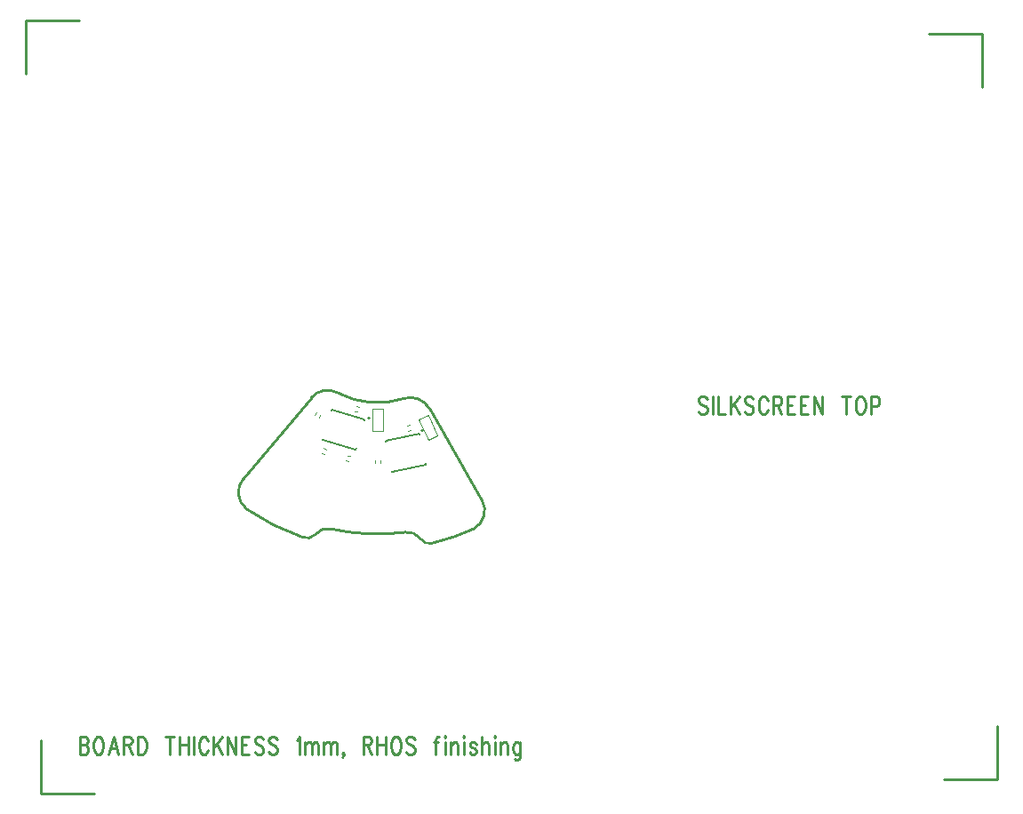
<source format=gbr>
*
*
G04 PADS9.1 Build Number: 392894 generated Gerber (RS-274-X) file*
G04 PC Version=2.1*
*
%IN "4SGI.pcb"*%
*
%MOIN*%
*
%FSLAX35Y35*%
*
*
*
*
G04 PC Standard Apertures*
*
*
G04 Thermal Relief Aperture macro.*
%AMTER*
1,1,$1,0,0*
1,0,$1-$2,0,0*
21,0,$3,$4,0,0,45*
21,0,$3,$4,0,0,135*
%
*
*
G04 Annular Aperture macro.*
%AMANN*
1,1,$1,0,0*
1,0,$2,0,0*
%
*
*
G04 Odd Aperture macro.*
%AMODD*
1,1,$1,0,0*
1,0,$1-0.005,0,0*
%
*
*
G04 PC Custom Aperture Macros*
*
*
*
*
*
*
G04 PC Aperture Table*
*
%ADD010C,0.001*%
%ADD011C,0.004*%
%ADD012C,0.01*%
%ADD013C,0.00591*%
*
*
*
*
G04 PC Circuitry*
G04 Layer Name 4SGI.pcb - circuitry*
%LPD*%
*
*
G04 PC Custom Flashes*
G04 Layer Name 4SGI.pcb - flashes*
%LPD*%
*
*
G04 PC Circuitry*
G04 Layer Name 4SGI.pcb - circuitry*
%LPD*%
*
G54D10*
G54D11*
G01X1962258Y1591334D02*
X1961179Y1591025D01*
X1961693Y1593220D02*
X1960728Y1592943D01*
X1926072Y1596992D02*
X1926667Y1597944D01*
X1927754Y1595969D02*
X1928286Y1596820D01*
X1950717Y1580012D02*
Y1578890D01*
X1948749Y1579988D02*
Y1578984D01*
X1951733Y1599405D02*
X1947733D01*
Y1591005*
X1951733*
Y1599405*
X1968738Y1596975D02*
X1965113Y1595284D01*
X1968663Y1587671*
X1972288Y1589362*
X1968738Y1596975*
X1942259Y1598158D02*
X1941166Y1598411D01*
X1942679Y1600082D02*
X1941700Y1600308D01*
X1938939Y1579549D02*
X1937841Y1579782D01*
X1939325Y1581479D02*
X1938343Y1581688D01*
X1929529Y1584476D02*
X1930570Y1584056D01*
X1928814Y1582642D02*
X1929745Y1582266D01*
G54D12*
X2073354Y1602931D02*
X2072900Y1603556D01*
X2072218Y1603868*
X2071309*
X2070627Y1603556*
X2070173Y1602931*
Y1602306*
X2070400Y1601681*
X2070627Y1601368*
X2071082Y1601056*
X2072445Y1600431*
X2072900Y1600118*
X2073127Y1599806*
X2073354Y1599181*
Y1598243*
X2072900Y1597618*
X2072218Y1597306*
X2071309*
X2070627Y1597618*
X2070173Y1598243*
X2075400Y1603868D02*
Y1597306D01*
X2077445Y1603868D02*
Y1597306D01*
X2080173*
X2082218Y1603868D02*
Y1597306D01*
X2085400Y1603868D02*
X2082218Y1599493D01*
X2083354Y1601056D02*
X2085400Y1597306D01*
X2090627Y1602931D02*
X2090173Y1603556D01*
X2089491Y1603868*
X2088582*
X2087900Y1603556*
X2087445Y1602931*
Y1602306*
X2087673Y1601681*
X2087900Y1601368*
X2088354Y1601056*
X2089718Y1600431*
X2090173Y1600118*
X2090400Y1599806*
X2090627Y1599181*
Y1598243*
X2090173Y1597618*
X2089491Y1597306*
X2088582*
X2087900Y1597618*
X2087445Y1598243*
X2096082Y1602306D02*
X2095854Y1602931D01*
X2095400Y1603556*
X2094945Y1603868*
X2094036*
X2093582Y1603556*
X2093127Y1602931*
X2092900Y1602306*
X2092673Y1601368*
Y1599806*
X2092900Y1598868*
X2093127Y1598243*
X2093582Y1597618*
X2094036Y1597306*
X2094945*
X2095400Y1597618*
X2095854Y1598243*
X2096082Y1598868*
X2098127Y1603868D02*
Y1597306D01*
Y1603868D02*
X2100173D01*
X2100854Y1603556*
X2101082Y1603243*
X2101309Y1602618*
Y1601993*
X2101082Y1601368*
X2100854Y1601056*
X2100173Y1600743*
X2098127*
X2099718D02*
X2101309Y1597306D01*
X2103354Y1603868D02*
Y1597306D01*
Y1603868D02*
X2106309D01*
X2103354Y1600743D02*
X2105173D01*
X2103354Y1597306D02*
X2106309D01*
X2108354Y1603868D02*
Y1597306D01*
Y1603868D02*
X2111309D01*
X2108354Y1600743D02*
X2110173D01*
X2108354Y1597306D02*
X2111309D01*
X2113354Y1603868D02*
Y1597306D01*
Y1603868D02*
X2116536Y1597306D01*
Y1603868D02*
Y1597306D01*
X2125400Y1603868D02*
Y1597306D01*
X2123809Y1603868D02*
X2126991D01*
X2130400D02*
X2129945Y1603556D01*
X2129491Y1602931*
X2129263Y1602306*
X2129036Y1601368*
Y1599806*
X2129263Y1598868*
X2129491Y1598243*
X2129945Y1597618*
X2130400Y1597306*
X2131309*
X2131763Y1597618*
X2132218Y1598243*
X2132445Y1598868*
X2132673Y1599806*
Y1601368*
X2132445Y1602306*
X2132218Y1602931*
X2131763Y1603556*
X2131309Y1603868*
X2130400*
X2134718D02*
Y1597306D01*
Y1603868D02*
X2136763D01*
X2137445Y1603556*
X2137673Y1603243*
X2137900Y1602618*
Y1601681*
X2137673Y1601056*
X2137445Y1600743*
X2136763Y1600431*
X2134718*
X1837997Y1476324D02*
Y1469761D01*
Y1476324D02*
X1840042D01*
X1840724Y1476011*
X1840951Y1475699*
X1841179Y1475074*
Y1474449*
X1840951Y1473824*
X1840724Y1473511*
X1840042Y1473199*
X1837997D02*
X1840042D01*
X1840724Y1472886*
X1840951Y1472574*
X1841179Y1471949*
Y1471011*
X1840951Y1470386*
X1840724Y1470074*
X1840042Y1469761*
X1837997*
X1844588Y1476324D02*
X1844133Y1476011D01*
X1843679Y1475386*
X1843451Y1474761*
X1843224Y1473824*
Y1472261*
X1843451Y1471324*
X1843679Y1470699*
X1844133Y1470074*
X1844588Y1469761*
X1845497*
X1845951Y1470074*
X1846406Y1470699*
X1846633Y1471324*
X1846860Y1472261*
Y1473824*
X1846633Y1474761*
X1846406Y1475386*
X1845951Y1476011*
X1845497Y1476324*
X1844588*
X1850724D02*
X1848906Y1469761D01*
X1850724Y1476324D02*
X1852542Y1469761D01*
X1849588Y1471949D02*
X1851860D01*
X1854588Y1476324D02*
Y1469761D01*
Y1476324D02*
X1856633D01*
X1857315Y1476011*
X1857542Y1475699*
X1857769Y1475074*
Y1474449*
X1857542Y1473824*
X1857315Y1473511*
X1856633Y1473199*
X1854588*
X1856179D02*
X1857769Y1469761D01*
X1859815Y1476324D02*
Y1469761D01*
Y1476324D02*
X1861406D01*
X1862088Y1476011*
X1862542Y1475386*
X1862769Y1474761*
X1862997Y1473824*
Y1472261*
X1862769Y1471324*
X1862542Y1470699*
X1862088Y1470074*
X1861406Y1469761*
X1859815*
X1871860Y1476324D02*
Y1469761D01*
X1870269Y1476324D02*
X1873451D01*
X1875497D02*
Y1469761D01*
X1878679Y1476324D02*
Y1469761D01*
X1875497Y1473199D02*
X1878679D01*
X1880724Y1476324D02*
Y1469761D01*
X1886179Y1474761D02*
X1885951Y1475386D01*
X1885497Y1476011*
X1885042Y1476324*
X1884133*
X1883679Y1476011*
X1883224Y1475386*
X1882997Y1474761*
X1882769Y1473824*
Y1472261*
X1882997Y1471324*
X1883224Y1470699*
X1883679Y1470074*
X1884133Y1469761*
X1885042*
X1885497Y1470074*
X1885951Y1470699*
X1886179Y1471324*
X1888224Y1476324D02*
Y1469761D01*
X1891406Y1476324D02*
X1888224Y1471949D01*
X1889360Y1473511D02*
X1891406Y1469761D01*
X1893451Y1476324D02*
Y1469761D01*
Y1476324D02*
X1896633Y1469761D01*
Y1476324D02*
Y1469761D01*
X1898679Y1476324D02*
Y1469761D01*
Y1476324D02*
X1901633D01*
X1898679Y1473199D02*
X1900497D01*
X1898679Y1469761D02*
X1901633D01*
X1906860Y1475386D02*
X1906406Y1476011D01*
X1905724Y1476324*
X1904815*
X1904133Y1476011*
X1903679Y1475386*
Y1474761*
X1903906Y1474136*
X1904133Y1473824*
X1904588Y1473511*
X1905951Y1472886*
X1906406Y1472574*
X1906633Y1472261*
X1906860Y1471636*
Y1470699*
X1906406Y1470074*
X1905724Y1469761*
X1904815*
X1904133Y1470074*
X1903679Y1470699*
X1912088Y1475386D02*
X1911633Y1476011D01*
X1910951Y1476324*
X1910042*
X1909360Y1476011*
X1908906Y1475386*
Y1474761*
X1909133Y1474136*
X1909360Y1473824*
X1909815Y1473511*
X1911179Y1472886*
X1911633Y1472574*
X1911860Y1472261*
X1912088Y1471636*
Y1470699*
X1911633Y1470074*
X1910951Y1469761*
X1910042*
X1909360Y1470074*
X1908906Y1470699*
X1919360Y1475074D02*
X1919815Y1475386D01*
X1920497Y1476324*
Y1469761*
X1922542Y1474136D02*
Y1469761D01*
Y1472886D02*
X1923224Y1473824D01*
X1923679Y1474136*
X1924360*
X1924815Y1473824*
X1925042Y1472886*
Y1469761*
Y1472886D02*
X1925724Y1473824D01*
X1926179Y1474136*
X1926860*
X1927315Y1473824*
X1927542Y1472886*
Y1469761*
X1929588Y1474136D02*
Y1469761D01*
Y1472886D02*
X1930269Y1473824D01*
X1930724Y1474136*
X1931406*
X1931860Y1473824*
X1932088Y1472886*
Y1469761*
Y1472886D02*
X1932769Y1473824D01*
X1933224Y1474136*
X1933906*
X1934360Y1473824*
X1934588Y1472886*
Y1469761*
X1937088Y1470074D02*
X1936860Y1469761D01*
X1936633Y1470074*
X1936860Y1470386*
X1937088Y1470074*
Y1469449*
X1936860Y1468824*
X1936633Y1468511*
X1944360Y1476324D02*
Y1469761D01*
Y1476324D02*
X1946406D01*
X1947088Y1476011*
X1947315Y1475699*
X1947542Y1475074*
Y1474449*
X1947315Y1473824*
X1947088Y1473511*
X1946406Y1473199*
X1944360*
X1945951D02*
X1947542Y1469761D01*
X1949588Y1476324D02*
Y1469761D01*
X1952769Y1476324D02*
Y1469761D01*
X1949588Y1473199D02*
X1952769D01*
X1956179Y1476324D02*
X1955724Y1476011D01*
X1955269Y1475386*
X1955042Y1474761*
X1954815Y1473824*
Y1472261*
X1955042Y1471324*
X1955269Y1470699*
X1955724Y1470074*
X1956179Y1469761*
X1957088*
X1957542Y1470074*
X1957997Y1470699*
X1958224Y1471324*
X1958451Y1472261*
Y1473824*
X1958224Y1474761*
X1957997Y1475386*
X1957542Y1476011*
X1957088Y1476324*
X1956179*
X1963679Y1475386D02*
X1963224Y1476011D01*
X1962542Y1476324*
X1961633*
X1960951Y1476011*
X1960497Y1475386*
Y1474761*
X1960724Y1474136*
X1960951Y1473824*
X1961406Y1473511*
X1962769Y1472886*
X1963224Y1472574*
X1963451Y1472261*
X1963679Y1471636*
Y1470699*
X1963224Y1470074*
X1962542Y1469761*
X1961633*
X1960951Y1470074*
X1960497Y1470699*
X1972769Y1476324D02*
X1972315D01*
X1971860Y1476011*
X1971633Y1475074*
Y1469761*
X1970951Y1474136D02*
X1972542D01*
X1974815Y1476324D02*
X1975042Y1476011D01*
X1975269Y1476324*
X1975042Y1476636*
X1974815Y1476324*
X1975042Y1474136D02*
Y1469761D01*
X1977315Y1474136D02*
Y1469761D01*
Y1472886D02*
X1977997Y1473824D01*
X1978451Y1474136*
X1979133*
X1979588Y1473824*
X1979815Y1472886*
Y1469761*
X1981860Y1476324D02*
X1982088Y1476011D01*
X1982315Y1476324*
X1982088Y1476636*
X1981860Y1476324*
X1982088Y1474136D02*
Y1469761D01*
X1986860Y1473199D02*
X1986633Y1473824D01*
X1985951Y1474136*
X1985269*
X1984588Y1473824*
X1984360Y1473199*
X1984588Y1472574*
X1985042Y1472261*
X1986179Y1471949*
X1986633Y1471636*
X1986860Y1471011*
Y1470699*
X1986633Y1470074*
X1985951Y1469761*
X1985269*
X1984588Y1470074*
X1984360Y1470699*
X1988906Y1476324D02*
Y1469761D01*
Y1472886D02*
X1989588Y1473824D01*
X1990042Y1474136*
X1990724*
X1991179Y1473824*
X1991406Y1472886*
Y1469761*
X1993451Y1476324D02*
X1993679Y1476011D01*
X1993906Y1476324*
X1993679Y1476636*
X1993451Y1476324*
X1993679Y1474136D02*
Y1469761D01*
X1995951Y1474136D02*
Y1469761D01*
Y1472886D02*
X1996633Y1473824D01*
X1997088Y1474136*
X1997769*
X1998224Y1473824*
X1998451Y1472886*
Y1469761*
X2003224Y1474136D02*
Y1469136D01*
X2002997Y1468199*
X2002769Y1467886*
X2002315Y1467574*
X2001633*
X2001179Y1467886*
X2003224Y1473199D02*
X2002769Y1473824D01*
X2002315Y1474136*
X2001633*
X2001179Y1473824*
X2000724Y1473199*
X2000497Y1472261*
Y1471636*
X2000724Y1470699*
X2001179Y1470074*
X2001633Y1469761*
X2002315*
X2002769Y1470074*
X2003224Y1470699*
X1900788Y1561558D02*
G75*
G03X1921809Y1551031I48934J71466D01*
G01X1921827Y1551025D02*
G03X1926389Y1552091I1471J3999D01*
G01X1932249Y1554225D02*
G03X1926391Y1552092I-1336J-5442D01*
G01X1932289Y1554216D02*
G03X1960292Y1552993I17468J78795D01*
G01X1965815Y1550567D02*
G03X1960269Y1552990I-4781J-3386D01*
G01X1965819Y1550561D02*
G03X1970341Y1548880I3345J2074D01*
G01X1970380Y1548889D02*
G03X1985922Y1554286I-20514J84150D01*
G01X1985913Y1554281D02*
G03X1988944Y1564993I-3840J6872D01*
G01X1988940Y1564999D02*
X1969016Y1599606D01*
X1969018Y1599603D02*
G03X1959686Y1603148I-6910J-4135D01*
G01X1934880Y1605240D02*
G03X1959709Y1603156I14835J27784D01*
G01X1934845Y1605259D02*
G03X1924876Y1603376I-3866J-6861D01*
G01X1924879Y1603379D02*
X1899587Y1573281D01*
X1899585Y1573278D02*
G03X1900763Y1561574I5923J-5315D01*
G01X1837791Y1744944D02*
X1817791D01*
Y1724944*
X1823603Y1475056D02*
Y1455056D01*
X1843603*
X2162209Y1460312D02*
X2182209D01*
Y1480312*
X2176373Y1719944D02*
Y1739944D01*
X2156373*
G54D13*
X1955262Y1575934D02*
X1955319Y1575664D01*
X1967950Y1578349*
X1967819Y1578965*
X1952929Y1586909D02*
X1952863Y1587217D01*
X1965495Y1589902*
X1965568Y1589556*
X1966908Y1591097D02*
G03X1966908I-339J0D01*
G01X1929205Y1587938D02*
X1929124Y1587675D01*
X1941473Y1583899*
X1941657Y1584502*
X1932485Y1598669D02*
X1932577Y1598970D01*
X1944926Y1595194*
X1944823Y1594855*
X1946784Y1595718D02*
G03X1946784I-339J0D01*
G74*
G01X0Y0D02*
M02*

</source>
